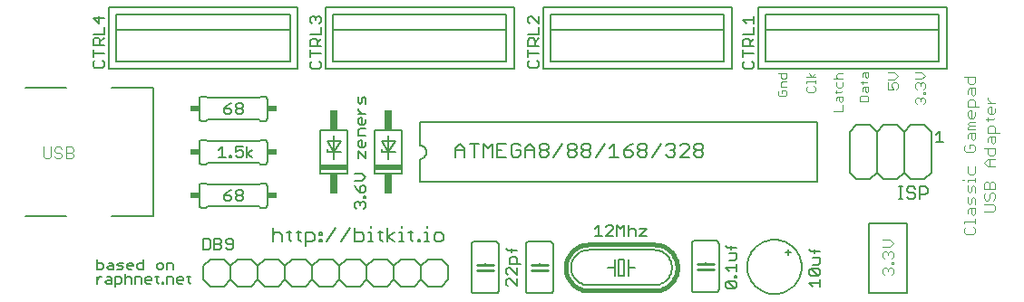
<source format=gto>
G75*
%MOIN*%
%OFA0B0*%
%FSLAX24Y24*%
%IPPOS*%
%LPD*%
%AMOC8*
5,1,8,0,0,1.08239X$1,22.5*
%
%ADD10C,0.0040*%
%ADD11C,0.0050*%
%ADD12C,0.0060*%
%ADD13C,0.0160*%
%ADD14C,0.0100*%
%ADD15R,0.0340X0.0240*%
%ADD16R,0.1000X0.0200*%
%ADD17R,0.0300X0.0750*%
%ADD18C,0.0080*%
D10*
X002400Y005721D02*
X002536Y005721D01*
X002605Y005790D01*
X002605Y006132D01*
X002746Y006063D02*
X002746Y005995D01*
X002814Y005926D01*
X002951Y005926D01*
X003019Y005858D01*
X003019Y005790D01*
X002951Y005721D01*
X002814Y005721D01*
X002746Y005790D01*
X002400Y005721D02*
X002331Y005790D01*
X002331Y006132D01*
X002746Y006063D02*
X002814Y006132D01*
X002951Y006132D01*
X003019Y006063D01*
X003160Y006132D02*
X003365Y006132D01*
X003434Y006063D01*
X003434Y005995D01*
X003365Y005926D01*
X003160Y005926D01*
X003365Y005926D02*
X003434Y005858D01*
X003434Y005790D01*
X003365Y005721D01*
X003160Y005721D01*
X003160Y006132D01*
X029331Y008061D02*
X029383Y008009D01*
X029590Y008009D01*
X029641Y008061D01*
X029641Y008165D01*
X029590Y008216D01*
X029486Y008216D01*
X029486Y008113D01*
X029383Y008216D02*
X029331Y008165D01*
X029331Y008061D01*
X029434Y008332D02*
X029434Y008487D01*
X029486Y008538D01*
X029641Y008538D01*
X029590Y008654D02*
X029486Y008654D01*
X029434Y008706D01*
X029434Y008861D01*
X029331Y008861D02*
X029641Y008861D01*
X029641Y008706D01*
X029590Y008654D01*
X029641Y008332D02*
X029434Y008332D01*
X030381Y008317D02*
X030381Y008214D01*
X030433Y008162D01*
X030640Y008162D01*
X030691Y008214D01*
X030691Y008317D01*
X030640Y008369D01*
X030691Y008484D02*
X030691Y008588D01*
X030691Y008536D02*
X030381Y008536D01*
X030381Y008484D01*
X030433Y008369D02*
X030381Y008317D01*
X031433Y008156D02*
X031640Y008156D01*
X031691Y008207D01*
X031640Y008319D02*
X031691Y008370D01*
X031691Y008526D01*
X031691Y008641D02*
X031381Y008641D01*
X031484Y008693D02*
X031484Y008796D01*
X031536Y008848D01*
X031691Y008848D01*
X031536Y008641D02*
X031484Y008693D01*
X031484Y008526D02*
X031484Y008370D01*
X031536Y008319D01*
X031640Y008319D01*
X031484Y008207D02*
X031484Y008104D01*
X031536Y007988D02*
X031691Y007988D01*
X031691Y007833D01*
X031640Y007782D01*
X031588Y007833D01*
X031588Y007988D01*
X031536Y007988D02*
X031484Y007937D01*
X031484Y007833D01*
X031691Y007666D02*
X031691Y007459D01*
X031381Y007459D01*
X032331Y007809D02*
X032331Y007965D01*
X032383Y008016D01*
X032590Y008016D01*
X032641Y007965D01*
X032641Y007809D01*
X032331Y007809D01*
X032434Y008183D02*
X032434Y008287D01*
X032486Y008338D01*
X032641Y008338D01*
X032641Y008183D01*
X032590Y008132D01*
X032538Y008183D01*
X032538Y008338D01*
X032434Y008454D02*
X032434Y008557D01*
X032383Y008506D02*
X032590Y008506D01*
X032641Y008557D01*
X032590Y008669D02*
X032538Y008720D01*
X032538Y008876D01*
X032486Y008876D02*
X032641Y008876D01*
X032641Y008720D01*
X032590Y008669D01*
X032434Y008720D02*
X032434Y008824D01*
X032486Y008876D01*
X033381Y008868D02*
X033621Y008868D01*
X033741Y008748D01*
X033621Y008628D01*
X033381Y008628D01*
X033381Y008500D02*
X033381Y008259D01*
X033561Y008259D01*
X033501Y008379D01*
X033501Y008440D01*
X033561Y008500D01*
X033681Y008500D01*
X033741Y008440D01*
X033741Y008319D01*
X033681Y008259D01*
X034381Y008322D02*
X034381Y008442D01*
X034441Y008502D01*
X034501Y008502D01*
X034561Y008442D01*
X034621Y008502D01*
X034681Y008502D01*
X034741Y008442D01*
X034741Y008322D01*
X034681Y008262D01*
X034681Y008138D02*
X034741Y008138D01*
X034741Y008078D01*
X034681Y008078D01*
X034681Y008138D01*
X034441Y008262D02*
X034381Y008322D01*
X034561Y008382D02*
X034561Y008442D01*
X034621Y008630D02*
X034381Y008630D01*
X034621Y008630D02*
X034741Y008750D01*
X034621Y008870D01*
X034381Y008870D01*
X036158Y008712D02*
X036568Y008712D01*
X036568Y008507D01*
X036500Y008438D01*
X036363Y008438D01*
X036295Y008507D01*
X036295Y008712D01*
X036363Y008298D02*
X036568Y008298D01*
X036568Y008092D01*
X036500Y008024D01*
X036432Y008092D01*
X036432Y008298D01*
X036363Y008298D02*
X036295Y008229D01*
X036295Y008092D01*
X036363Y007883D02*
X036500Y007883D01*
X036568Y007815D01*
X036568Y007610D01*
X036705Y007610D02*
X036295Y007610D01*
X036295Y007815D01*
X036363Y007883D01*
X037048Y007891D02*
X037185Y007754D01*
X037322Y007754D02*
X037048Y007754D01*
X037048Y007891D02*
X037048Y007959D01*
X037116Y007613D02*
X037185Y007613D01*
X037185Y007340D01*
X037253Y007340D02*
X037116Y007340D01*
X037048Y007408D01*
X037048Y007545D01*
X037116Y007613D01*
X037322Y007545D02*
X037322Y007408D01*
X037253Y007340D01*
X037322Y007200D02*
X037253Y007132D01*
X036980Y007132D01*
X037048Y007064D02*
X037048Y007200D01*
X036568Y007264D02*
X036500Y007195D01*
X036363Y007195D01*
X036295Y007264D01*
X036295Y007401D01*
X036363Y007469D01*
X036432Y007469D01*
X036432Y007195D01*
X036568Y007264D02*
X036568Y007401D01*
X036568Y007055D02*
X036363Y007055D01*
X036295Y006986D01*
X036363Y006918D01*
X036568Y006918D01*
X036568Y006781D02*
X036295Y006781D01*
X036295Y006849D01*
X036363Y006918D01*
X036363Y006640D02*
X036568Y006640D01*
X036568Y006435D01*
X036500Y006367D01*
X036432Y006435D01*
X036432Y006640D01*
X036363Y006640D02*
X036295Y006572D01*
X036295Y006435D01*
X036363Y006226D02*
X036363Y006089D01*
X036363Y006226D02*
X036500Y006226D01*
X036568Y006157D01*
X036568Y006021D01*
X036500Y005952D01*
X036226Y005952D01*
X036158Y006021D01*
X036158Y006157D01*
X036226Y006226D01*
X036911Y006094D02*
X037322Y006094D01*
X037322Y005889D01*
X037253Y005821D01*
X037116Y005821D01*
X037048Y005889D01*
X037048Y006094D01*
X037253Y006235D02*
X037185Y006303D01*
X037185Y006508D01*
X037116Y006508D02*
X037322Y006508D01*
X037322Y006303D01*
X037253Y006235D01*
X037048Y006303D02*
X037048Y006440D01*
X037116Y006508D01*
X037048Y006649D02*
X037048Y006854D01*
X037116Y006923D01*
X037253Y006923D01*
X037322Y006854D01*
X037322Y006649D01*
X037458Y006649D02*
X037048Y006649D01*
X037048Y005680D02*
X037322Y005680D01*
X037116Y005680D02*
X037116Y005406D01*
X037048Y005406D02*
X036911Y005543D01*
X037048Y005680D01*
X037048Y005406D02*
X037322Y005406D01*
X036568Y005397D02*
X036568Y005192D01*
X036500Y005124D01*
X036363Y005124D01*
X036295Y005192D01*
X036295Y005397D01*
X036568Y004984D02*
X036568Y004847D01*
X036568Y004916D02*
X036295Y004916D01*
X036295Y004847D01*
X036295Y004707D02*
X036295Y004501D01*
X036363Y004433D01*
X036432Y004501D01*
X036432Y004638D01*
X036500Y004707D01*
X036568Y004638D01*
X036568Y004433D01*
X036500Y004292D02*
X036432Y004224D01*
X036432Y004087D01*
X036363Y004019D01*
X036295Y004087D01*
X036295Y004292D01*
X036500Y004292D02*
X036568Y004224D01*
X036568Y004019D01*
X036568Y003878D02*
X036363Y003878D01*
X036295Y003809D01*
X036295Y003673D01*
X036432Y003673D02*
X036432Y003878D01*
X036568Y003878D02*
X036568Y003673D01*
X036500Y003604D01*
X036432Y003673D01*
X036911Y003749D02*
X037253Y003749D01*
X037322Y003817D01*
X037322Y003954D01*
X037253Y004022D01*
X036911Y004022D01*
X036980Y004163D02*
X037048Y004163D01*
X037116Y004231D01*
X037116Y004368D01*
X037185Y004437D01*
X037253Y004437D01*
X037322Y004368D01*
X037322Y004231D01*
X037253Y004163D01*
X036980Y004163D02*
X036911Y004231D01*
X036911Y004368D01*
X036980Y004437D01*
X036911Y004577D02*
X036911Y004783D01*
X036980Y004851D01*
X037048Y004851D01*
X037116Y004783D01*
X037116Y004577D01*
X036911Y004577D02*
X037322Y004577D01*
X037322Y004783D01*
X037253Y004851D01*
X037185Y004851D01*
X037116Y004783D01*
X036158Y004916D02*
X036090Y004916D01*
X036158Y003396D02*
X036568Y003396D01*
X036568Y003328D02*
X036568Y003465D01*
X036158Y003396D02*
X036158Y003328D01*
X036226Y003187D02*
X036158Y003119D01*
X036158Y002982D01*
X036226Y002914D01*
X036500Y002914D01*
X036568Y002982D01*
X036568Y003119D01*
X036500Y003187D01*
X033577Y002573D02*
X033440Y002437D01*
X033167Y002437D01*
X033440Y002710D02*
X033577Y002573D01*
X033440Y002710D02*
X033167Y002710D01*
X033235Y002296D02*
X033303Y002296D01*
X033372Y002227D01*
X033440Y002296D01*
X033508Y002296D01*
X033577Y002227D01*
X033577Y002091D01*
X033508Y002022D01*
X033508Y001883D02*
X033577Y001883D01*
X033577Y001815D01*
X033508Y001815D01*
X033508Y001883D01*
X033235Y002022D02*
X033167Y002091D01*
X033167Y002227D01*
X033235Y002296D01*
X033372Y002227D02*
X033372Y002159D01*
X033440Y001674D02*
X033508Y001674D01*
X033577Y001606D01*
X033577Y001469D01*
X033508Y001401D01*
X033372Y001537D02*
X033372Y001606D01*
X033440Y001674D01*
X033372Y001606D02*
X033303Y001674D01*
X033235Y001674D01*
X033167Y001606D01*
X033167Y001469D01*
X033235Y001401D01*
X034441Y007709D02*
X034381Y007769D01*
X034381Y007890D01*
X034441Y007950D01*
X034501Y007950D01*
X034561Y007890D01*
X034621Y007950D01*
X034681Y007950D01*
X034741Y007890D01*
X034741Y007769D01*
X034681Y007709D01*
X034561Y007829D02*
X034561Y007890D01*
X030691Y008699D02*
X030381Y008699D01*
X030484Y008854D02*
X030588Y008699D01*
X030691Y008854D01*
D11*
X004303Y001330D02*
X004303Y001096D01*
X004303Y001213D02*
X004420Y001330D01*
X004478Y001330D01*
X004668Y001330D02*
X004785Y001330D01*
X004843Y001271D01*
X004843Y001096D01*
X004668Y001096D01*
X004610Y001155D01*
X004668Y001213D01*
X004843Y001213D01*
X004978Y001096D02*
X005153Y001096D01*
X005212Y001155D01*
X005212Y001271D01*
X005153Y001330D01*
X004978Y001330D01*
X004978Y000979D01*
X005346Y001096D02*
X005346Y001447D01*
X005405Y001330D02*
X005522Y001330D01*
X005580Y001271D01*
X005580Y001096D01*
X005715Y001096D02*
X005715Y001330D01*
X005890Y001330D01*
X005948Y001271D01*
X005948Y001096D01*
X006083Y001155D02*
X006083Y001271D01*
X006141Y001330D01*
X006258Y001330D01*
X006317Y001271D01*
X006317Y001213D01*
X006083Y001213D01*
X006083Y001155D02*
X006141Y001096D01*
X006258Y001096D01*
X006510Y001155D02*
X006568Y001096D01*
X006510Y001155D02*
X006510Y001388D01*
X006451Y001330D02*
X006568Y001330D01*
X006881Y001330D02*
X007056Y001330D01*
X007115Y001271D01*
X007115Y001096D01*
X007249Y001155D02*
X007249Y001271D01*
X007308Y001330D01*
X007424Y001330D01*
X007483Y001271D01*
X007483Y001213D01*
X007249Y001213D01*
X007249Y001155D02*
X007308Y001096D01*
X007424Y001096D01*
X007676Y001155D02*
X007734Y001096D01*
X007676Y001155D02*
X007676Y001388D01*
X007618Y001330D02*
X007734Y001330D01*
X007115Y001616D02*
X007115Y001791D01*
X007056Y001849D01*
X006881Y001849D01*
X006881Y001616D01*
X006746Y001674D02*
X006688Y001616D01*
X006571Y001616D01*
X006513Y001674D01*
X006513Y001791D01*
X006571Y001849D01*
X006688Y001849D01*
X006746Y001791D01*
X006746Y001674D01*
X006010Y001616D02*
X005834Y001616D01*
X005776Y001674D01*
X005776Y001791D01*
X005834Y001849D01*
X006010Y001849D01*
X005641Y001791D02*
X005641Y001733D01*
X005408Y001733D01*
X005408Y001791D02*
X005408Y001674D01*
X005466Y001616D01*
X005583Y001616D01*
X005273Y001674D02*
X005215Y001733D01*
X005098Y001733D01*
X005039Y001791D01*
X005098Y001849D01*
X005273Y001849D01*
X005408Y001791D02*
X005466Y001849D01*
X005583Y001849D01*
X005641Y001791D01*
X005273Y001674D02*
X005215Y001616D01*
X005039Y001616D01*
X004905Y001616D02*
X004729Y001616D01*
X004671Y001674D01*
X004729Y001733D01*
X004905Y001733D01*
X004905Y001791D02*
X004905Y001616D01*
X004536Y001674D02*
X004536Y001791D01*
X004478Y001849D01*
X004303Y001849D01*
X004478Y001616D02*
X004536Y001674D01*
X004478Y001616D02*
X004303Y001616D01*
X004303Y001966D01*
X004729Y001849D02*
X004846Y001849D01*
X004905Y001791D01*
X006010Y001966D02*
X006010Y001616D01*
X005405Y001330D02*
X005346Y001271D01*
X006697Y001155D02*
X006755Y001155D01*
X006755Y001096D01*
X006697Y001096D01*
X006697Y001155D01*
X006881Y001096D02*
X006881Y001330D01*
X008206Y002352D02*
X008406Y002352D01*
X008473Y002419D01*
X008473Y002686D01*
X008406Y002753D01*
X008206Y002753D01*
X008206Y002352D01*
X008621Y002352D02*
X008821Y002352D01*
X008888Y002419D01*
X008888Y002486D01*
X008821Y002553D01*
X008621Y002553D01*
X008821Y002553D02*
X008888Y002619D01*
X008888Y002686D01*
X008821Y002753D01*
X008621Y002753D01*
X008621Y002352D01*
X009035Y002419D02*
X009102Y002352D01*
X009235Y002352D01*
X009302Y002419D01*
X009302Y002686D01*
X009235Y002753D01*
X009102Y002753D01*
X009035Y002686D01*
X009035Y002619D01*
X009102Y002553D01*
X009302Y002553D01*
X013774Y003903D02*
X013774Y004037D01*
X013840Y004103D01*
X013907Y004103D01*
X013974Y004037D01*
X014041Y004103D01*
X014107Y004103D01*
X014174Y004037D01*
X014174Y003903D01*
X014107Y003836D01*
X013974Y003970D02*
X013974Y004037D01*
X013774Y003903D02*
X013840Y003836D01*
X014107Y004251D02*
X014107Y004317D01*
X014174Y004317D01*
X014174Y004251D01*
X014107Y004251D01*
X014107Y004458D02*
X014174Y004525D01*
X014174Y004658D01*
X014107Y004725D01*
X014041Y004725D01*
X013974Y004658D01*
X013974Y004458D01*
X014107Y004458D01*
X013974Y004458D02*
X013840Y004591D01*
X013774Y004725D01*
X013774Y004872D02*
X014041Y004872D01*
X014174Y005006D01*
X014041Y005139D01*
X013774Y005139D01*
X013907Y005701D02*
X013907Y005968D01*
X014174Y005701D01*
X014174Y005968D01*
X014107Y006115D02*
X013974Y006115D01*
X013907Y006182D01*
X013907Y006316D01*
X013974Y006382D01*
X014041Y006382D01*
X014041Y006115D01*
X014107Y006115D02*
X014174Y006182D01*
X014174Y006316D01*
X014174Y006530D02*
X013907Y006530D01*
X013907Y006730D01*
X013974Y006797D01*
X014174Y006797D01*
X014107Y006944D02*
X013974Y006944D01*
X013907Y007011D01*
X013907Y007144D01*
X013974Y007211D01*
X014041Y007211D01*
X014041Y006944D01*
X014107Y006944D02*
X014174Y007011D01*
X014174Y007144D01*
X014174Y007358D02*
X013907Y007358D01*
X014041Y007358D02*
X013907Y007492D01*
X013907Y007559D01*
X013974Y007704D02*
X013907Y007770D01*
X013907Y007971D01*
X014041Y007904D02*
X014041Y007770D01*
X013974Y007704D01*
X014174Y007704D02*
X014174Y007904D01*
X014107Y007971D01*
X014041Y007904D01*
X012697Y009014D02*
X012697Y011278D01*
X019626Y011278D01*
X019626Y009014D01*
X012697Y009014D01*
X012536Y009092D02*
X012536Y009225D01*
X012470Y009292D01*
X012203Y009292D02*
X012136Y009225D01*
X012136Y009092D01*
X012203Y009025D01*
X012470Y009025D01*
X012536Y009092D01*
X012972Y009290D02*
X012972Y010439D01*
X019350Y010439D01*
X019350Y009290D01*
X012972Y009290D01*
X012536Y009573D02*
X012136Y009573D01*
X012136Y009706D02*
X012136Y009439D01*
X011400Y009290D02*
X005022Y009290D01*
X005022Y010439D01*
X011400Y010439D01*
X011400Y009290D01*
X011676Y009014D02*
X004747Y009014D01*
X004747Y011278D01*
X011676Y011278D01*
X011676Y009014D01*
X012136Y009854D02*
X012136Y010054D01*
X012203Y010121D01*
X012336Y010121D01*
X012403Y010054D01*
X012403Y009854D01*
X012403Y009987D02*
X012536Y010121D01*
X012536Y010268D02*
X012136Y010268D01*
X012536Y010268D02*
X012536Y010535D01*
X012470Y010682D02*
X012536Y010749D01*
X012536Y010883D01*
X012470Y010949D01*
X012403Y010949D01*
X012336Y010883D01*
X012336Y010816D01*
X012336Y010883D02*
X012269Y010949D01*
X012203Y010949D01*
X012136Y010883D01*
X012136Y010749D01*
X012203Y010682D01*
X012972Y010439D02*
X012972Y011002D01*
X019350Y011002D01*
X019350Y010439D01*
X020125Y010277D02*
X020526Y010277D01*
X020526Y010544D01*
X020526Y010691D02*
X020259Y010958D01*
X020192Y010958D01*
X020125Y010892D01*
X020125Y010758D01*
X020192Y010691D01*
X020526Y010691D02*
X020526Y010958D01*
X020972Y011002D02*
X020972Y010439D01*
X027350Y010439D01*
X027350Y009290D01*
X020972Y009290D01*
X020972Y010439D01*
X020526Y010130D02*
X020392Y009996D01*
X020392Y010063D02*
X020392Y009863D01*
X020526Y009863D02*
X020125Y009863D01*
X020125Y010063D01*
X020192Y010130D01*
X020325Y010130D01*
X020392Y010063D01*
X020125Y009715D02*
X020125Y009448D01*
X020125Y009582D02*
X020526Y009582D01*
X020459Y009301D02*
X020526Y009234D01*
X020526Y009101D01*
X020459Y009034D01*
X020192Y009034D01*
X020125Y009101D01*
X020125Y009234D01*
X020192Y009301D01*
X020697Y009014D02*
X020697Y011278D01*
X027626Y011278D01*
X027626Y009014D01*
X020697Y009014D01*
X020972Y011002D02*
X027350Y011002D01*
X027350Y010439D01*
X028036Y010268D02*
X028436Y010268D01*
X028436Y010535D01*
X028436Y010682D02*
X028436Y010949D01*
X028436Y010816D02*
X028036Y010816D01*
X028169Y010682D01*
X028872Y010439D02*
X035250Y010439D01*
X035250Y009290D01*
X028872Y009290D01*
X028872Y010439D01*
X028872Y011002D01*
X035250Y011002D01*
X035250Y010439D01*
X035526Y011278D02*
X035526Y009014D01*
X028597Y009014D01*
X028597Y011278D01*
X035526Y011278D01*
X028436Y010121D02*
X028303Y009987D01*
X028303Y010054D02*
X028303Y009854D01*
X028436Y009854D02*
X028036Y009854D01*
X028036Y010054D01*
X028103Y010121D01*
X028236Y010121D01*
X028303Y010054D01*
X028036Y009706D02*
X028036Y009439D01*
X028036Y009573D02*
X028436Y009573D01*
X028370Y009292D02*
X028436Y009225D01*
X028436Y009092D01*
X028370Y009025D01*
X028103Y009025D01*
X028036Y009092D01*
X028036Y009225D01*
X028103Y009292D01*
X035136Y006581D02*
X035270Y006715D01*
X035270Y006314D01*
X035403Y006314D02*
X035136Y006314D01*
X034751Y004665D02*
X034826Y004590D01*
X034826Y004440D01*
X034751Y004364D01*
X034526Y004364D01*
X034526Y004214D02*
X034526Y004665D01*
X034751Y004665D01*
X034366Y004590D02*
X034291Y004665D01*
X034141Y004665D01*
X034065Y004590D01*
X034065Y004515D01*
X034141Y004440D01*
X034291Y004440D01*
X034366Y004364D01*
X034366Y004289D01*
X034291Y004214D01*
X034141Y004214D01*
X034065Y004289D01*
X033909Y004214D02*
X033759Y004214D01*
X033834Y004214D02*
X033834Y004665D01*
X033759Y004665D02*
X033909Y004665D01*
X027596Y002493D02*
X027596Y002359D01*
X027462Y002426D02*
X027395Y002493D01*
X027462Y002426D02*
X027796Y002426D01*
X027796Y002212D02*
X027529Y002212D01*
X027796Y002212D02*
X027796Y002011D01*
X027729Y001945D01*
X027529Y001945D01*
X027796Y001797D02*
X027796Y001530D01*
X027796Y001664D02*
X027395Y001664D01*
X027529Y001530D01*
X027729Y001390D02*
X027796Y001390D01*
X027796Y001323D01*
X027729Y001323D01*
X027729Y001390D01*
X027729Y001176D02*
X027462Y001176D01*
X027729Y000909D01*
X027796Y000976D01*
X027796Y001109D01*
X027729Y001176D01*
X027462Y001176D02*
X027395Y001109D01*
X027395Y000976D01*
X027462Y000909D01*
X027729Y000909D01*
X030463Y001098D02*
X030597Y000965D01*
X030463Y001098D02*
X030863Y001098D01*
X030863Y000965D02*
X030863Y001232D01*
X030797Y001379D02*
X030530Y001379D01*
X030463Y001446D01*
X030463Y001579D01*
X030530Y001646D01*
X030797Y001379D01*
X030863Y001446D01*
X030863Y001579D01*
X030797Y001646D01*
X030530Y001646D01*
X030597Y001793D02*
X030797Y001793D01*
X030863Y001860D01*
X030863Y002060D01*
X030597Y002060D01*
X030663Y002208D02*
X030663Y002341D01*
X030530Y002275D02*
X030463Y002341D01*
X030530Y002275D02*
X030863Y002275D01*
X024514Y002834D02*
X024247Y002834D01*
X024514Y003101D01*
X024247Y003101D01*
X024099Y003034D02*
X024099Y002834D01*
X023832Y002834D02*
X023832Y003234D01*
X023685Y003234D02*
X023551Y003101D01*
X023418Y003234D01*
X023418Y002834D01*
X023271Y002834D02*
X023004Y002834D01*
X023271Y003101D01*
X023271Y003167D01*
X023204Y003234D01*
X023070Y003234D01*
X023004Y003167D01*
X022723Y003234D02*
X022723Y002834D01*
X022856Y002834D02*
X022589Y002834D01*
X022589Y003101D02*
X022723Y003234D01*
X023685Y003234D02*
X023685Y002834D01*
X023832Y003034D02*
X023899Y003101D01*
X024033Y003101D01*
X024099Y003034D01*
X019859Y001825D02*
X019459Y001825D01*
X019459Y002026D01*
X019525Y002092D01*
X019659Y002092D01*
X019726Y002026D01*
X019726Y001825D01*
X019726Y001678D02*
X019726Y001411D01*
X019459Y001678D01*
X019392Y001678D01*
X019325Y001611D01*
X019325Y001478D01*
X019392Y001411D01*
X019392Y001264D02*
X019325Y001197D01*
X019325Y001063D01*
X019392Y000997D01*
X019459Y001264D02*
X019726Y000997D01*
X019726Y001264D01*
X019459Y001264D02*
X019392Y001264D01*
X019525Y002240D02*
X019525Y002373D01*
X019392Y002306D02*
X019325Y002373D01*
X019392Y002306D02*
X019726Y002306D01*
X009658Y004211D02*
X009591Y004145D01*
X009457Y004145D01*
X009391Y004211D01*
X009391Y004278D01*
X009457Y004345D01*
X009591Y004345D01*
X009658Y004278D01*
X009658Y004211D01*
X009591Y004345D02*
X009658Y004412D01*
X009658Y004478D01*
X009591Y004545D01*
X009457Y004545D01*
X009391Y004478D01*
X009391Y004412D01*
X009457Y004345D01*
X009243Y004278D02*
X009176Y004345D01*
X008976Y004345D01*
X008976Y004211D01*
X009043Y004145D01*
X009176Y004145D01*
X009243Y004211D01*
X009243Y004278D01*
X009110Y004478D02*
X008976Y004345D01*
X009110Y004478D02*
X009243Y004545D01*
X009253Y005745D02*
X009187Y005745D01*
X009187Y005811D01*
X009253Y005811D01*
X009253Y005745D01*
X009394Y005811D02*
X009460Y005745D01*
X009594Y005745D01*
X009661Y005811D01*
X009661Y005945D01*
X009594Y006012D01*
X009527Y006012D01*
X009394Y005945D01*
X009394Y006145D01*
X009661Y006145D01*
X009808Y006145D02*
X009808Y005745D01*
X009808Y005878D02*
X010008Y006012D01*
X009808Y005878D02*
X010008Y005745D01*
X009039Y005745D02*
X008772Y005745D01*
X008906Y005745D02*
X008906Y006145D01*
X008772Y006012D01*
X009043Y007345D02*
X009176Y007345D01*
X009243Y007411D01*
X009243Y007478D01*
X009176Y007545D01*
X008976Y007545D01*
X008976Y007411D01*
X009043Y007345D01*
X009391Y007411D02*
X009391Y007478D01*
X009457Y007545D01*
X009591Y007545D01*
X009658Y007478D01*
X009658Y007411D01*
X009591Y007345D01*
X009457Y007345D01*
X009391Y007411D01*
X009457Y007545D02*
X009391Y007612D01*
X009391Y007678D01*
X009457Y007745D01*
X009591Y007745D01*
X009658Y007678D01*
X009658Y007612D01*
X009591Y007545D01*
X009243Y007745D02*
X009110Y007678D01*
X008976Y007545D01*
X004556Y009102D02*
X004556Y009236D01*
X004489Y009303D01*
X004222Y009303D02*
X004156Y009236D01*
X004156Y009102D01*
X004222Y009036D01*
X004489Y009036D01*
X004556Y009102D01*
X004156Y009450D02*
X004156Y009717D01*
X004156Y009864D02*
X004156Y010065D01*
X004222Y010131D01*
X004356Y010131D01*
X004422Y010065D01*
X004422Y009864D01*
X004422Y009998D02*
X004556Y010131D01*
X004556Y010279D02*
X004156Y010279D01*
X004556Y010279D02*
X004556Y010546D01*
X004356Y010693D02*
X004356Y010960D01*
X004556Y010893D02*
X004156Y010893D01*
X004356Y010693D01*
X005022Y010439D02*
X005022Y011002D01*
X011400Y011002D01*
X011400Y010439D01*
X012136Y009854D02*
X012536Y009854D01*
X004556Y009864D02*
X004156Y009864D01*
X004156Y009583D02*
X004556Y009583D01*
D12*
X008161Y007989D02*
X008311Y007989D01*
X008361Y007939D01*
X010261Y007939D01*
X010311Y007989D01*
X010461Y007989D01*
X010478Y007987D01*
X010495Y007983D01*
X010511Y007976D01*
X010525Y007966D01*
X010538Y007953D01*
X010548Y007939D01*
X010555Y007923D01*
X010559Y007906D01*
X010561Y007889D01*
X010561Y007189D01*
X010559Y007172D01*
X010555Y007155D01*
X010548Y007139D01*
X010538Y007125D01*
X010525Y007112D01*
X010511Y007102D01*
X010495Y007095D01*
X010478Y007091D01*
X010461Y007089D01*
X010311Y007089D01*
X010261Y007139D01*
X008361Y007139D01*
X008311Y007089D01*
X008161Y007089D01*
X008144Y007091D01*
X008127Y007095D01*
X008111Y007102D01*
X008097Y007112D01*
X008084Y007125D01*
X008074Y007139D01*
X008067Y007155D01*
X008063Y007172D01*
X008061Y007189D01*
X008061Y007889D01*
X008063Y007906D01*
X008067Y007923D01*
X008074Y007939D01*
X008084Y007953D01*
X008097Y007966D01*
X008111Y007976D01*
X008127Y007983D01*
X008144Y007987D01*
X008161Y007989D01*
X012511Y006739D02*
X012511Y005139D01*
X013511Y005139D01*
X013511Y006739D01*
X012511Y006739D01*
X013011Y006539D02*
X013011Y005939D01*
X012761Y005939D01*
X012761Y006039D01*
X013011Y005939D02*
X013261Y005939D01*
X013011Y005939D02*
X012761Y006339D01*
X013261Y006339D01*
X013011Y005939D01*
X013011Y005689D01*
X014511Y005139D02*
X015511Y005139D01*
X015511Y006739D01*
X014511Y006739D01*
X014511Y005139D01*
X015011Y005689D02*
X015011Y005939D01*
X014761Y005939D01*
X014761Y006039D01*
X015011Y005939D02*
X015261Y005939D01*
X015011Y005939D02*
X014761Y006339D01*
X015261Y006339D01*
X015011Y005939D01*
X015011Y006539D01*
X016161Y006189D02*
X016161Y007039D01*
X030761Y007039D01*
X030761Y004839D01*
X016161Y004839D01*
X016161Y005689D01*
X016191Y005691D01*
X016221Y005696D01*
X016250Y005705D01*
X016277Y005718D01*
X016303Y005733D01*
X016327Y005752D01*
X016348Y005773D01*
X016367Y005797D01*
X016382Y005823D01*
X016395Y005850D01*
X016404Y005879D01*
X016409Y005909D01*
X016411Y005939D01*
X016409Y005969D01*
X016404Y005999D01*
X016395Y006028D01*
X016382Y006055D01*
X016367Y006081D01*
X016348Y006105D01*
X016327Y006126D01*
X016303Y006145D01*
X016277Y006160D01*
X016250Y006173D01*
X016221Y006182D01*
X016191Y006187D01*
X016161Y006189D01*
X017474Y006085D02*
X017640Y006251D01*
X017807Y006085D01*
X017807Y005751D01*
X017474Y005751D02*
X017474Y006085D01*
X017474Y006001D02*
X017807Y006001D01*
X018156Y005751D02*
X018156Y006251D01*
X017989Y006251D02*
X018323Y006251D01*
X018505Y006251D02*
X018672Y006085D01*
X018838Y006251D01*
X018838Y005751D01*
X019020Y005751D02*
X019354Y005751D01*
X019536Y005834D02*
X019619Y005751D01*
X019786Y005751D01*
X019870Y005834D01*
X019870Y006001D01*
X019703Y006001D01*
X019536Y006168D02*
X019536Y005834D01*
X019187Y006001D02*
X019020Y006001D01*
X019020Y006251D02*
X019020Y005751D01*
X018505Y005751D02*
X018505Y006251D01*
X019020Y006251D02*
X019354Y006251D01*
X019536Y006168D02*
X019619Y006251D01*
X019786Y006251D01*
X019870Y006168D01*
X020052Y006085D02*
X020219Y006251D01*
X020385Y006085D01*
X020385Y005751D01*
X020567Y005834D02*
X020651Y005751D01*
X020818Y005751D01*
X020901Y005834D01*
X020901Y005918D01*
X020818Y006001D01*
X020651Y006001D01*
X020567Y006085D01*
X020567Y006168D01*
X020651Y006251D01*
X020818Y006251D01*
X020901Y006168D01*
X020901Y006085D01*
X020818Y006001D01*
X020651Y006001D02*
X020567Y005918D01*
X020567Y005834D01*
X020385Y006001D02*
X020052Y006001D01*
X020052Y006085D02*
X020052Y005751D01*
X021083Y005751D02*
X021417Y006251D01*
X021599Y006168D02*
X021599Y006085D01*
X021682Y006001D01*
X021849Y006001D01*
X021932Y005918D01*
X021932Y005834D01*
X021849Y005751D01*
X021682Y005751D01*
X021599Y005834D01*
X021599Y005918D01*
X021682Y006001D01*
X021849Y006001D02*
X021932Y006085D01*
X021932Y006168D01*
X021849Y006251D01*
X021682Y006251D01*
X021599Y006168D01*
X022114Y006168D02*
X022114Y006085D01*
X022198Y006001D01*
X022364Y006001D01*
X022448Y005918D01*
X022448Y005834D01*
X022364Y005751D01*
X022198Y005751D01*
X022114Y005834D01*
X022114Y005918D01*
X022198Y006001D01*
X022364Y006001D02*
X022448Y006085D01*
X022448Y006168D01*
X022364Y006251D01*
X022198Y006251D01*
X022114Y006168D01*
X022630Y005751D02*
X022964Y006251D01*
X023146Y006085D02*
X023312Y006251D01*
X023312Y005751D01*
X023146Y005751D02*
X023479Y005751D01*
X023661Y005834D02*
X023745Y005751D01*
X023911Y005751D01*
X023995Y005834D01*
X023995Y005918D01*
X023911Y006001D01*
X023661Y006001D01*
X023661Y005834D01*
X023661Y006001D02*
X023828Y006168D01*
X023995Y006251D01*
X024177Y006168D02*
X024177Y006085D01*
X024260Y006001D01*
X024427Y006001D01*
X024510Y005918D01*
X024510Y005834D01*
X024427Y005751D01*
X024260Y005751D01*
X024177Y005834D01*
X024177Y005918D01*
X024260Y006001D01*
X024427Y006001D02*
X024510Y006085D01*
X024510Y006168D01*
X024427Y006251D01*
X024260Y006251D01*
X024177Y006168D01*
X024692Y005751D02*
X025026Y006251D01*
X025208Y006168D02*
X025292Y006251D01*
X025458Y006251D01*
X025542Y006168D01*
X025542Y006085D01*
X025458Y006001D01*
X025542Y005918D01*
X025542Y005834D01*
X025458Y005751D01*
X025292Y005751D01*
X025208Y005834D01*
X025375Y006001D02*
X025458Y006001D01*
X025724Y005751D02*
X026057Y006085D01*
X026057Y006168D01*
X025974Y006251D01*
X025807Y006251D01*
X025724Y006168D01*
X026239Y006168D02*
X026239Y006085D01*
X026323Y006001D01*
X026490Y006001D01*
X026573Y005918D01*
X026573Y005834D01*
X026490Y005751D01*
X026323Y005751D01*
X026239Y005834D01*
X026239Y005918D01*
X026323Y006001D01*
X026490Y006001D02*
X026573Y006085D01*
X026573Y006168D01*
X026490Y006251D01*
X026323Y006251D01*
X026239Y006168D01*
X026057Y005751D02*
X025724Y005751D01*
X031961Y005189D02*
X031961Y006689D01*
X032211Y006939D01*
X032711Y006939D01*
X032961Y006689D01*
X032961Y005189D01*
X032711Y004939D01*
X032211Y004939D01*
X031961Y005189D01*
X032961Y005189D02*
X033211Y004939D01*
X033711Y004939D01*
X033961Y005189D01*
X033961Y006689D01*
X033711Y006939D01*
X033211Y006939D01*
X032961Y006689D01*
X033961Y006689D02*
X034211Y006939D01*
X034711Y006939D01*
X034961Y006689D01*
X034961Y005189D01*
X034711Y004939D01*
X034211Y004939D01*
X033961Y005189D01*
X027056Y002667D02*
X026256Y002667D01*
X026239Y002665D01*
X026222Y002661D01*
X026206Y002654D01*
X026192Y002644D01*
X026179Y002631D01*
X026169Y002617D01*
X026162Y002601D01*
X026158Y002584D01*
X026156Y002567D01*
X026156Y000867D01*
X026158Y000850D01*
X026162Y000833D01*
X026169Y000817D01*
X026179Y000803D01*
X026192Y000790D01*
X026206Y000780D01*
X026222Y000773D01*
X026239Y000769D01*
X026256Y000767D01*
X027056Y000767D01*
X027073Y000769D01*
X027090Y000773D01*
X027106Y000780D01*
X027120Y000790D01*
X027133Y000803D01*
X027143Y000817D01*
X027150Y000833D01*
X027154Y000850D01*
X027156Y000867D01*
X027156Y002567D01*
X027154Y002584D01*
X027150Y002601D01*
X027143Y002617D01*
X027133Y002631D01*
X027120Y002644D01*
X027106Y002654D01*
X027090Y002661D01*
X027073Y002665D01*
X027056Y002667D01*
X024777Y002331D02*
X022377Y002331D01*
X023327Y001981D02*
X023327Y001681D01*
X023077Y001681D01*
X023327Y001681D02*
X023327Y001381D01*
X023477Y001381D02*
X023477Y001981D01*
X023677Y001981D01*
X023677Y001381D01*
X023477Y001381D01*
X023827Y001381D02*
X023827Y001681D01*
X024077Y001681D01*
X023827Y001681D02*
X023827Y001981D01*
X024777Y002331D02*
X024827Y002329D01*
X024876Y002323D01*
X024925Y002314D01*
X024973Y002301D01*
X025020Y002284D01*
X025065Y002264D01*
X025109Y002240D01*
X025151Y002213D01*
X025191Y002182D01*
X025228Y002149D01*
X025262Y002113D01*
X025294Y002075D01*
X025323Y002034D01*
X025348Y001992D01*
X025370Y001947D01*
X025389Y001901D01*
X025404Y001853D01*
X025415Y001805D01*
X025423Y001756D01*
X025427Y001706D01*
X025427Y001656D01*
X025423Y001606D01*
X025415Y001557D01*
X025404Y001509D01*
X025389Y001461D01*
X025370Y001415D01*
X025348Y001370D01*
X025323Y001328D01*
X025294Y001287D01*
X025262Y001249D01*
X025228Y001213D01*
X025191Y001180D01*
X025151Y001149D01*
X025109Y001122D01*
X025065Y001098D01*
X025020Y001078D01*
X024973Y001061D01*
X024925Y001048D01*
X024876Y001039D01*
X024827Y001033D01*
X024777Y001031D01*
X022377Y001031D01*
X021061Y000839D02*
X021061Y002539D01*
X021059Y002556D01*
X021055Y002573D01*
X021048Y002589D01*
X021038Y002603D01*
X021025Y002616D01*
X021011Y002626D01*
X020995Y002633D01*
X020978Y002637D01*
X020961Y002639D01*
X020161Y002639D01*
X020144Y002637D01*
X020127Y002633D01*
X020111Y002626D01*
X020097Y002616D01*
X020084Y002603D01*
X020074Y002589D01*
X020067Y002573D01*
X020063Y002556D01*
X020061Y002539D01*
X020061Y000839D01*
X020063Y000822D01*
X020067Y000805D01*
X020074Y000789D01*
X020084Y000775D01*
X020097Y000762D01*
X020111Y000752D01*
X020127Y000745D01*
X020144Y000741D01*
X020161Y000739D01*
X020961Y000739D01*
X020978Y000741D01*
X020995Y000745D01*
X021011Y000752D01*
X021025Y000762D01*
X021038Y000775D01*
X021048Y000789D01*
X021055Y000805D01*
X021059Y000822D01*
X021061Y000839D01*
X019061Y000839D02*
X019061Y002539D01*
X019059Y002556D01*
X019055Y002573D01*
X019048Y002589D01*
X019038Y002603D01*
X019025Y002616D01*
X019011Y002626D01*
X018995Y002633D01*
X018978Y002637D01*
X018961Y002639D01*
X018161Y002639D01*
X018144Y002637D01*
X018127Y002633D01*
X018111Y002626D01*
X018097Y002616D01*
X018084Y002603D01*
X018074Y002589D01*
X018067Y002573D01*
X018063Y002556D01*
X018061Y002539D01*
X018061Y000839D01*
X018063Y000822D01*
X018067Y000805D01*
X018074Y000789D01*
X018084Y000775D01*
X018097Y000762D01*
X018111Y000752D01*
X018127Y000745D01*
X018144Y000741D01*
X018161Y000739D01*
X018961Y000739D01*
X018978Y000741D01*
X018995Y000745D01*
X019011Y000752D01*
X019025Y000762D01*
X019038Y000775D01*
X019048Y000789D01*
X019055Y000805D01*
X019059Y000822D01*
X019061Y000839D01*
X017211Y001239D02*
X016961Y000989D01*
X016461Y000989D01*
X016211Y001239D01*
X015961Y000989D01*
X015461Y000989D01*
X015211Y001239D01*
X014961Y000989D01*
X014461Y000989D01*
X014211Y001239D01*
X013961Y000989D01*
X013461Y000989D01*
X013211Y001239D01*
X012961Y000989D01*
X012461Y000989D01*
X012211Y001239D01*
X011961Y000989D01*
X011461Y000989D01*
X011211Y001239D01*
X010961Y000989D01*
X010461Y000989D01*
X010211Y001239D01*
X009961Y000989D01*
X009461Y000989D01*
X009211Y001239D01*
X008961Y000989D01*
X008461Y000989D01*
X008211Y001239D01*
X008211Y001739D01*
X008461Y001989D01*
X008961Y001989D01*
X009211Y001739D01*
X009461Y001989D01*
X009961Y001989D01*
X010211Y001739D01*
X010211Y001239D01*
X009211Y001239D02*
X009211Y001739D01*
X010211Y001739D02*
X010461Y001989D01*
X010961Y001989D01*
X011211Y001739D01*
X011461Y001989D01*
X011961Y001989D01*
X012211Y001739D01*
X012461Y001989D01*
X012961Y001989D01*
X013211Y001739D01*
X013211Y001239D01*
X012211Y001239D02*
X012211Y001739D01*
X011211Y001739D02*
X011211Y001239D01*
X013211Y001739D02*
X013461Y001989D01*
X013961Y001989D01*
X014211Y001739D01*
X014461Y001989D01*
X014961Y001989D01*
X015211Y001739D01*
X015461Y001989D01*
X015961Y001989D01*
X016211Y001739D01*
X016461Y001989D01*
X016961Y001989D01*
X017211Y001739D01*
X017211Y001239D01*
X016211Y001239D02*
X016211Y001739D01*
X015211Y001739D02*
X015211Y001239D01*
X014211Y001239D02*
X014211Y001739D01*
X011968Y002474D02*
X011968Y002974D01*
X012218Y002974D01*
X012301Y002891D01*
X012301Y002724D01*
X012218Y002641D01*
X011968Y002641D01*
X011791Y002641D02*
X011707Y002724D01*
X011707Y003058D01*
X011624Y002974D02*
X011791Y002974D01*
X011447Y002974D02*
X011280Y002974D01*
X011364Y003058D02*
X011364Y002724D01*
X011447Y002641D01*
X011098Y002641D02*
X011098Y002891D01*
X011015Y002974D01*
X010848Y002974D01*
X010764Y002891D01*
X010764Y003141D02*
X010764Y002641D01*
X012483Y002641D02*
X012483Y002724D01*
X012567Y002724D01*
X012567Y002641D01*
X012483Y002641D01*
X012741Y002641D02*
X013075Y003141D01*
X013590Y003141D02*
X013257Y002641D01*
X013772Y002641D02*
X014023Y002641D01*
X014106Y002724D01*
X014106Y002891D01*
X014023Y002974D01*
X013772Y002974D01*
X013772Y003141D02*
X013772Y002641D01*
X014288Y002641D02*
X014455Y002641D01*
X014371Y002641D02*
X014371Y002974D01*
X014288Y002974D01*
X014632Y002974D02*
X014799Y002974D01*
X014715Y003058D02*
X014715Y002724D01*
X014799Y002641D01*
X014976Y002641D02*
X014976Y003141D01*
X015489Y003141D02*
X015489Y003224D01*
X015832Y003058D02*
X015832Y002724D01*
X015916Y002641D01*
X016093Y002641D02*
X016176Y002641D01*
X016176Y002724D01*
X016093Y002724D01*
X016093Y002641D01*
X016351Y002641D02*
X016517Y002641D01*
X016434Y002641D02*
X016434Y002974D01*
X016351Y002974D01*
X016694Y002891D02*
X016694Y002724D01*
X016778Y002641D01*
X016945Y002641D01*
X017028Y002724D01*
X017028Y002891D01*
X016945Y002974D01*
X016778Y002974D01*
X016694Y002891D01*
X016434Y003141D02*
X016434Y003224D01*
X015916Y002974D02*
X015749Y002974D01*
X015489Y002974D02*
X015489Y002641D01*
X015572Y002641D02*
X015405Y002641D01*
X015226Y002641D02*
X014976Y002807D01*
X015226Y002974D01*
X015405Y002974D02*
X015489Y002974D01*
X014371Y003141D02*
X014371Y003224D01*
X012567Y002974D02*
X012567Y002891D01*
X012483Y002891D01*
X012483Y002974D01*
X012567Y002974D01*
X010461Y003889D02*
X010311Y003889D01*
X010261Y003939D01*
X008361Y003939D01*
X008311Y003889D01*
X008161Y003889D01*
X008144Y003891D01*
X008127Y003895D01*
X008111Y003902D01*
X008097Y003912D01*
X008084Y003925D01*
X008074Y003939D01*
X008067Y003955D01*
X008063Y003972D01*
X008061Y003989D01*
X008061Y004689D01*
X008063Y004706D01*
X008067Y004723D01*
X008074Y004739D01*
X008084Y004753D01*
X008097Y004766D01*
X008111Y004776D01*
X008127Y004783D01*
X008144Y004787D01*
X008161Y004789D01*
X008311Y004789D01*
X008361Y004739D01*
X010261Y004739D01*
X010311Y004789D01*
X010461Y004789D01*
X010478Y004787D01*
X010495Y004783D01*
X010511Y004776D01*
X010525Y004766D01*
X010538Y004753D01*
X010548Y004739D01*
X010555Y004723D01*
X010559Y004706D01*
X010561Y004689D01*
X010561Y003989D01*
X010559Y003972D01*
X010555Y003955D01*
X010548Y003939D01*
X010538Y003925D01*
X010525Y003912D01*
X010511Y003902D01*
X010495Y003895D01*
X010478Y003891D01*
X010461Y003889D01*
X010461Y005489D02*
X010311Y005489D01*
X010261Y005539D01*
X008361Y005539D01*
X008311Y005489D01*
X008161Y005489D01*
X008144Y005491D01*
X008127Y005495D01*
X008111Y005502D01*
X008097Y005512D01*
X008084Y005525D01*
X008074Y005539D01*
X008067Y005555D01*
X008063Y005572D01*
X008061Y005589D01*
X008061Y006289D01*
X008063Y006306D01*
X008067Y006323D01*
X008074Y006339D01*
X008084Y006353D01*
X008097Y006366D01*
X008111Y006376D01*
X008127Y006383D01*
X008144Y006387D01*
X008161Y006389D01*
X008311Y006389D01*
X008361Y006339D01*
X010261Y006339D01*
X010311Y006389D01*
X010461Y006389D01*
X010478Y006387D01*
X010495Y006383D01*
X010511Y006376D01*
X010525Y006366D01*
X010538Y006353D01*
X010548Y006339D01*
X010555Y006323D01*
X010559Y006306D01*
X010561Y006289D01*
X010561Y005589D01*
X010559Y005572D01*
X010555Y005555D01*
X010548Y005539D01*
X010538Y005525D01*
X010525Y005512D01*
X010511Y005502D01*
X010495Y005495D01*
X010478Y005491D01*
X010461Y005489D01*
X018561Y001839D02*
X018561Y001789D01*
X018561Y001589D02*
X018561Y001539D01*
X020561Y001539D02*
X020561Y001589D01*
X020561Y001789D02*
X020561Y001839D01*
X022377Y002331D02*
X022327Y002329D01*
X022278Y002323D01*
X022229Y002314D01*
X022181Y002301D01*
X022134Y002284D01*
X022089Y002264D01*
X022045Y002240D01*
X022003Y002213D01*
X021963Y002182D01*
X021926Y002149D01*
X021892Y002113D01*
X021860Y002075D01*
X021831Y002034D01*
X021806Y001992D01*
X021784Y001947D01*
X021765Y001901D01*
X021750Y001853D01*
X021739Y001805D01*
X021731Y001756D01*
X021727Y001706D01*
X021727Y001656D01*
X021731Y001606D01*
X021739Y001557D01*
X021750Y001509D01*
X021765Y001461D01*
X021784Y001415D01*
X021806Y001370D01*
X021831Y001328D01*
X021860Y001287D01*
X021892Y001249D01*
X021926Y001213D01*
X021963Y001180D01*
X022003Y001149D01*
X022045Y001122D01*
X022089Y001098D01*
X022134Y001078D01*
X022181Y001061D01*
X022229Y001048D01*
X022278Y001039D01*
X022327Y001033D01*
X022377Y001031D01*
X026656Y001567D02*
X026656Y001617D01*
X026656Y001817D02*
X026656Y001867D01*
X028199Y001709D02*
X028201Y001772D01*
X028207Y001834D01*
X028217Y001896D01*
X028230Y001958D01*
X028248Y002018D01*
X028269Y002077D01*
X028294Y002135D01*
X028323Y002191D01*
X028355Y002245D01*
X028390Y002297D01*
X028428Y002346D01*
X028470Y002394D01*
X028514Y002438D01*
X028562Y002480D01*
X028611Y002518D01*
X028663Y002553D01*
X028717Y002585D01*
X028773Y002614D01*
X028831Y002639D01*
X028890Y002660D01*
X028950Y002678D01*
X029012Y002691D01*
X029074Y002701D01*
X029136Y002707D01*
X029199Y002709D01*
X029262Y002707D01*
X029324Y002701D01*
X029386Y002691D01*
X029448Y002678D01*
X029508Y002660D01*
X029567Y002639D01*
X029625Y002614D01*
X029681Y002585D01*
X029735Y002553D01*
X029787Y002518D01*
X029836Y002480D01*
X029884Y002438D01*
X029928Y002394D01*
X029970Y002346D01*
X030008Y002297D01*
X030043Y002245D01*
X030075Y002191D01*
X030104Y002135D01*
X030129Y002077D01*
X030150Y002018D01*
X030168Y001958D01*
X030181Y001896D01*
X030191Y001834D01*
X030197Y001772D01*
X030199Y001709D01*
X030197Y001646D01*
X030191Y001584D01*
X030181Y001522D01*
X030168Y001460D01*
X030150Y001400D01*
X030129Y001341D01*
X030104Y001283D01*
X030075Y001227D01*
X030043Y001173D01*
X030008Y001121D01*
X029970Y001072D01*
X029928Y001024D01*
X029884Y000980D01*
X029836Y000938D01*
X029787Y000900D01*
X029735Y000865D01*
X029681Y000833D01*
X029625Y000804D01*
X029567Y000779D01*
X029508Y000758D01*
X029448Y000740D01*
X029386Y000727D01*
X029324Y000717D01*
X029262Y000711D01*
X029199Y000709D01*
X029136Y000711D01*
X029074Y000717D01*
X029012Y000727D01*
X028950Y000740D01*
X028890Y000758D01*
X028831Y000779D01*
X028773Y000804D01*
X028717Y000833D01*
X028663Y000865D01*
X028611Y000900D01*
X028562Y000938D01*
X028514Y000980D01*
X028470Y001024D01*
X028428Y001072D01*
X028390Y001121D01*
X028355Y001173D01*
X028323Y001227D01*
X028294Y001283D01*
X028269Y001341D01*
X028248Y001400D01*
X028230Y001460D01*
X028217Y001522D01*
X028207Y001584D01*
X028201Y001646D01*
X028199Y001709D01*
X029699Y002159D02*
X029699Y002259D01*
X029799Y002259D01*
X029699Y002259D02*
X029599Y002259D01*
X029699Y002259D02*
X029699Y002359D01*
D13*
X024777Y002531D02*
X022377Y002531D01*
X022320Y002529D01*
X022264Y002523D01*
X022208Y002514D01*
X022152Y002501D01*
X022098Y002484D01*
X022045Y002464D01*
X021994Y002440D01*
X021944Y002412D01*
X021896Y002382D01*
X021850Y002348D01*
X021807Y002311D01*
X021766Y002272D01*
X021728Y002230D01*
X021693Y002185D01*
X021661Y002138D01*
X021632Y002089D01*
X021606Y002039D01*
X021584Y001986D01*
X021565Y001933D01*
X021550Y001878D01*
X021539Y001822D01*
X021531Y001766D01*
X021527Y001709D01*
X021527Y001653D01*
X021531Y001596D01*
X021539Y001540D01*
X021550Y001484D01*
X021565Y001429D01*
X021584Y001376D01*
X021606Y001323D01*
X021632Y001273D01*
X021661Y001224D01*
X021693Y001177D01*
X021728Y001132D01*
X021766Y001090D01*
X021807Y001051D01*
X021850Y001014D01*
X021896Y000980D01*
X021944Y000950D01*
X021994Y000922D01*
X022045Y000898D01*
X022098Y000878D01*
X022152Y000861D01*
X022208Y000848D01*
X022264Y000839D01*
X022320Y000833D01*
X022377Y000831D01*
X024777Y000831D01*
X024834Y000833D01*
X024890Y000839D01*
X024946Y000848D01*
X025002Y000861D01*
X025056Y000878D01*
X025109Y000898D01*
X025160Y000922D01*
X025210Y000950D01*
X025258Y000980D01*
X025304Y001014D01*
X025347Y001051D01*
X025388Y001090D01*
X025426Y001132D01*
X025461Y001177D01*
X025493Y001224D01*
X025522Y001273D01*
X025548Y001323D01*
X025570Y001376D01*
X025589Y001429D01*
X025604Y001484D01*
X025615Y001540D01*
X025623Y001596D01*
X025627Y001653D01*
X025627Y001709D01*
X025623Y001766D01*
X025615Y001822D01*
X025604Y001878D01*
X025589Y001933D01*
X025570Y001986D01*
X025548Y002039D01*
X025522Y002089D01*
X025493Y002138D01*
X025461Y002185D01*
X025426Y002230D01*
X025388Y002272D01*
X025347Y002311D01*
X025304Y002348D01*
X025258Y002382D01*
X025210Y002412D01*
X025160Y002440D01*
X025109Y002464D01*
X025056Y002484D01*
X025002Y002501D01*
X024946Y002514D01*
X024890Y002523D01*
X024834Y002529D01*
X024777Y002531D01*
D14*
X026356Y001817D02*
X026656Y001817D01*
X026956Y001817D01*
X026956Y001617D02*
X026656Y001617D01*
X026356Y001617D01*
X020861Y001589D02*
X020561Y001589D01*
X020261Y001589D01*
X020261Y001789D02*
X020561Y001789D01*
X020861Y001789D01*
X018861Y001789D02*
X018561Y001789D01*
X018261Y001789D01*
X018261Y001589D02*
X018561Y001589D01*
X018861Y001589D01*
D15*
X010731Y004339D03*
X007891Y004339D03*
X007891Y005939D03*
X010731Y005939D03*
X010731Y007539D03*
X007891Y007539D03*
D16*
X013011Y005389D03*
X015011Y005389D03*
D17*
X015011Y004764D03*
X013011Y004764D03*
X013011Y007114D03*
X015011Y007114D03*
D18*
X006360Y008302D02*
X004825Y008302D01*
X006360Y008302D02*
X006360Y003577D01*
X004825Y003577D01*
X003171Y003577D02*
X001675Y003577D01*
X001675Y008302D02*
X003171Y008302D01*
X032661Y003329D02*
X032661Y000749D01*
X034061Y000749D01*
X034061Y003329D01*
X032661Y003329D01*
M02*

</source>
